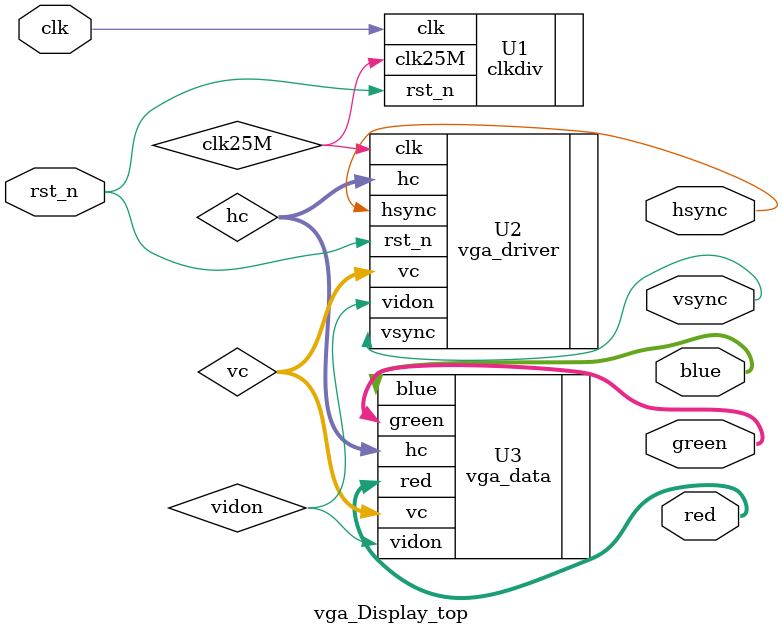
<source format=v>
module vga_Display_top( hsync, vsync, red, green, blue, clk, rst_n
    );
	 
	 input clk, rst_n;
	 output hsync, vsync;
	 output [3:0] red, green, blue;
	 
	 wire clk25M, vidon;
	 wire [9:0] hc, vc;
	 
	 clkdiv U1(.clk(clk), .rst_n(rst_n), .clk25M(clk25M));   
	 vga_driver U2(.hsync(hsync), .vsync(vsync), .hc(hc), .vc(vc), .vidon(vidon), .clk(clk25M), .rst_n(rst_n));
	 vga_data U3(.red(red), .green(green), .blue(blue), .hc(hc), .vc(vc), .vidon(vidon));


endmodule
</source>
